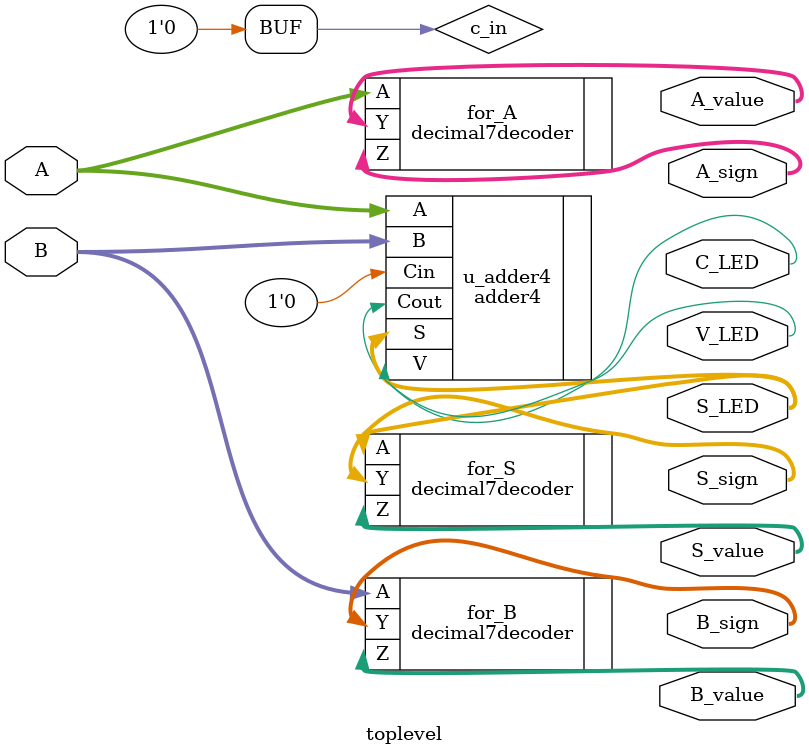
<source format=sv>
module toplevel( 
input logic [3:0] A, // 4-bit input A 
input logic [3:0]B, // 4-bit input B 
output logic [6:0] A_sign, 
 // 7-segment output for A's sign 
 output logic [6:0] A_value, // 7-segment output for A's value 
 output logic [6:0] B_sign, // 7-segment output for B's sign 
 output logic [6:0] B_value, // 7-segment output for B's value
 output logic [6:0] S_sign, // 7-segment output for sum's sign 
 output logic [6:0] S_value, // 7-segment output for sum's value 
 output logic [3:0] S_LED, // 4-bit sum output for LED 
 output logic C_LED, // Carry-out LED 
 output logic V_LED // Overflow LED
 ); // Define internal signals 
 
 logic c_in; assign c_in = 1'b0; // Set carry-in to 0 for initial addition 
 // Instantiate the 4-bit adder 
 adder4 u_adder4 ( 
 .A(A), 
 .B(B), 
 .Cin(c_in), 
 .S(S_LED), 
 .Cout(C_LED), // Carry-out output 
 .V(V_LED) // Overflow output 
 ); 
 // Instantiate the 7-segment decoders for A 
 decimal7decoder for_A ( 
 .A(A), // 4-bit binary input A (-8 to +7) 
 .Y(A_value), // 7-segment sign output 
 .Z(A_sign) // 7-segment digit output 
 ); 
 
 // Instantiate the 7-segment decoders for B 
 decimal7decoder for_B ( 
 .A(B), // 4-bit binary input B (-8 to +7) 
 .Y(B_sign), // 7-segment sign output 
 .Z(B_value) // 7-segment digit output 
 ); 
 
 // Instantiate the 7-segment decoders for sum (S_LED) 
 decimal7decoder for_S ( 
 .A(S_LED), // 4-bit binary input sum (-8 to +7) 
 .Y(S_sign), // 7-segment sign output for sum
 .Z(S_value) // 7-segment digit output for sum 
 ); 
 
 endmodule
</source>
